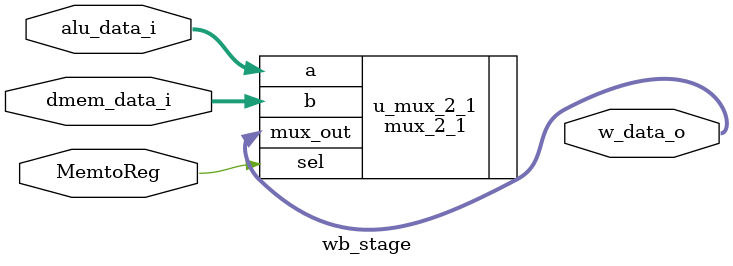
<source format=v>
module wb_stage (
    input [31:0] alu_data_i,
    input [31:0] dmem_data_i,
    input MemtoReg,

    output [31:0] w_data_o
);

    mux_2_1 u_mux_2_1 (
        .a(alu_data_i),
        .b(dmem_data_i),
        .sel(MemtoReg),
        .mux_out(w_data_o)
    );
endmodule 
</source>
